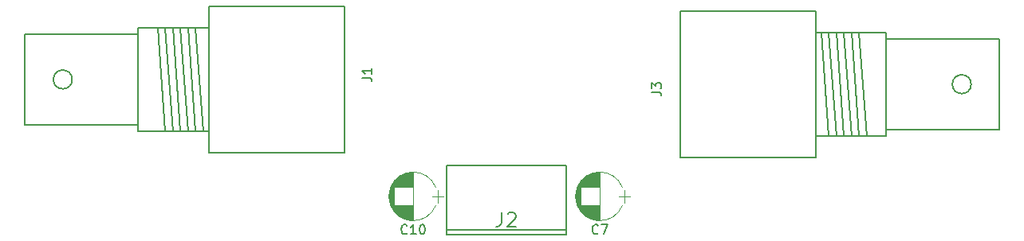
<source format=gto>
G04 #@! TF.FileFunction,Legend,Top*
%FSLAX46Y46*%
G04 Gerber Fmt 4.6, Leading zero omitted, Abs format (unit mm)*
G04 Created by KiCad (PCBNEW 4.0.7) date Thu May  3 16:22:41 2018*
%MOMM*%
%LPD*%
G01*
G04 APERTURE LIST*
%ADD10C,0.100000*%
%ADD11C,0.120000*%
%ADD12C,0.150000*%
G04 APERTURE END LIST*
D10*
D11*
X89059137Y-78197400D02*
G75*
G03X93853436Y-78196000I2396863J981400D01*
G01*
X89059137Y-76234600D02*
G75*
G02X93853436Y-76236000I2396863J-981400D01*
G01*
X89059137Y-76234600D02*
G75*
G03X89058564Y-78196000I2396863J-981400D01*
G01*
X91456000Y-79766000D02*
X91456000Y-74666000D01*
X91416000Y-79766000D02*
X91416000Y-78196000D01*
X91416000Y-76236000D02*
X91416000Y-74666000D01*
X91376000Y-79765000D02*
X91376000Y-78196000D01*
X91376000Y-76236000D02*
X91376000Y-74667000D01*
X91336000Y-79764000D02*
X91336000Y-78196000D01*
X91336000Y-76236000D02*
X91336000Y-74668000D01*
X91296000Y-79762000D02*
X91296000Y-78196000D01*
X91296000Y-76236000D02*
X91296000Y-74670000D01*
X91256000Y-79759000D02*
X91256000Y-78196000D01*
X91256000Y-76236000D02*
X91256000Y-74673000D01*
X91216000Y-79755000D02*
X91216000Y-78196000D01*
X91216000Y-76236000D02*
X91216000Y-74677000D01*
X91176000Y-79751000D02*
X91176000Y-78196000D01*
X91176000Y-76236000D02*
X91176000Y-74681000D01*
X91136000Y-79747000D02*
X91136000Y-78196000D01*
X91136000Y-76236000D02*
X91136000Y-74685000D01*
X91096000Y-79741000D02*
X91096000Y-78196000D01*
X91096000Y-76236000D02*
X91096000Y-74691000D01*
X91056000Y-79735000D02*
X91056000Y-78196000D01*
X91056000Y-76236000D02*
X91056000Y-74697000D01*
X91016000Y-79729000D02*
X91016000Y-78196000D01*
X91016000Y-76236000D02*
X91016000Y-74703000D01*
X90976000Y-79722000D02*
X90976000Y-78196000D01*
X90976000Y-76236000D02*
X90976000Y-74710000D01*
X90936000Y-79714000D02*
X90936000Y-78196000D01*
X90936000Y-76236000D02*
X90936000Y-74718000D01*
X90896000Y-79705000D02*
X90896000Y-78196000D01*
X90896000Y-76236000D02*
X90896000Y-74727000D01*
X90856000Y-79696000D02*
X90856000Y-78196000D01*
X90856000Y-76236000D02*
X90856000Y-74736000D01*
X90816000Y-79686000D02*
X90816000Y-78196000D01*
X90816000Y-76236000D02*
X90816000Y-74746000D01*
X90776000Y-79676000D02*
X90776000Y-78196000D01*
X90776000Y-76236000D02*
X90776000Y-74756000D01*
X90735000Y-79664000D02*
X90735000Y-78196000D01*
X90735000Y-76236000D02*
X90735000Y-74768000D01*
X90695000Y-79652000D02*
X90695000Y-78196000D01*
X90695000Y-76236000D02*
X90695000Y-74780000D01*
X90655000Y-79640000D02*
X90655000Y-78196000D01*
X90655000Y-76236000D02*
X90655000Y-74792000D01*
X90615000Y-79626000D02*
X90615000Y-78196000D01*
X90615000Y-76236000D02*
X90615000Y-74806000D01*
X90575000Y-79612000D02*
X90575000Y-78196000D01*
X90575000Y-76236000D02*
X90575000Y-74820000D01*
X90535000Y-79598000D02*
X90535000Y-78196000D01*
X90535000Y-76236000D02*
X90535000Y-74834000D01*
X90495000Y-79582000D02*
X90495000Y-78196000D01*
X90495000Y-76236000D02*
X90495000Y-74850000D01*
X90455000Y-79566000D02*
X90455000Y-78196000D01*
X90455000Y-76236000D02*
X90455000Y-74866000D01*
X90415000Y-79549000D02*
X90415000Y-78196000D01*
X90415000Y-76236000D02*
X90415000Y-74883000D01*
X90375000Y-79531000D02*
X90375000Y-78196000D01*
X90375000Y-76236000D02*
X90375000Y-74901000D01*
X90335000Y-79512000D02*
X90335000Y-78196000D01*
X90335000Y-76236000D02*
X90335000Y-74920000D01*
X90295000Y-79492000D02*
X90295000Y-78196000D01*
X90295000Y-76236000D02*
X90295000Y-74940000D01*
X90255000Y-79472000D02*
X90255000Y-78196000D01*
X90255000Y-76236000D02*
X90255000Y-74960000D01*
X90215000Y-79450000D02*
X90215000Y-78196000D01*
X90215000Y-76236000D02*
X90215000Y-74982000D01*
X90175000Y-79428000D02*
X90175000Y-78196000D01*
X90175000Y-76236000D02*
X90175000Y-75004000D01*
X90135000Y-79405000D02*
X90135000Y-78196000D01*
X90135000Y-76236000D02*
X90135000Y-75027000D01*
X90095000Y-79381000D02*
X90095000Y-78196000D01*
X90095000Y-76236000D02*
X90095000Y-75051000D01*
X90055000Y-79356000D02*
X90055000Y-78196000D01*
X90055000Y-76236000D02*
X90055000Y-75076000D01*
X90015000Y-79329000D02*
X90015000Y-78196000D01*
X90015000Y-76236000D02*
X90015000Y-75103000D01*
X89975000Y-79302000D02*
X89975000Y-78196000D01*
X89975000Y-76236000D02*
X89975000Y-75130000D01*
X89935000Y-79274000D02*
X89935000Y-78196000D01*
X89935000Y-76236000D02*
X89935000Y-75158000D01*
X89895000Y-79244000D02*
X89895000Y-78196000D01*
X89895000Y-76236000D02*
X89895000Y-75188000D01*
X89855000Y-79213000D02*
X89855000Y-78196000D01*
X89855000Y-76236000D02*
X89855000Y-75219000D01*
X89815000Y-79181000D02*
X89815000Y-78196000D01*
X89815000Y-76236000D02*
X89815000Y-75251000D01*
X89775000Y-79148000D02*
X89775000Y-78196000D01*
X89775000Y-76236000D02*
X89775000Y-75284000D01*
X89735000Y-79113000D02*
X89735000Y-78196000D01*
X89735000Y-76236000D02*
X89735000Y-75319000D01*
X89695000Y-79077000D02*
X89695000Y-78196000D01*
X89695000Y-76236000D02*
X89695000Y-75355000D01*
X89655000Y-79039000D02*
X89655000Y-78196000D01*
X89655000Y-76236000D02*
X89655000Y-75393000D01*
X89615000Y-78999000D02*
X89615000Y-78196000D01*
X89615000Y-76236000D02*
X89615000Y-75433000D01*
X89575000Y-78958000D02*
X89575000Y-78196000D01*
X89575000Y-76236000D02*
X89575000Y-75474000D01*
X89535000Y-78915000D02*
X89535000Y-78196000D01*
X89535000Y-76236000D02*
X89535000Y-75517000D01*
X89495000Y-78870000D02*
X89495000Y-78196000D01*
X89495000Y-76236000D02*
X89495000Y-75562000D01*
X89455000Y-78822000D02*
X89455000Y-75610000D01*
X89415000Y-78772000D02*
X89415000Y-75660000D01*
X89375000Y-78720000D02*
X89375000Y-75712000D01*
X89335000Y-78664000D02*
X89335000Y-75768000D01*
X89295000Y-78606000D02*
X89295000Y-75826000D01*
X89255000Y-78543000D02*
X89255000Y-75889000D01*
X89215000Y-78477000D02*
X89215000Y-75955000D01*
X89175000Y-78405000D02*
X89175000Y-76027000D01*
X89135000Y-78328000D02*
X89135000Y-76104000D01*
X89095000Y-78244000D02*
X89095000Y-76188000D01*
X89055000Y-78150000D02*
X89055000Y-76282000D01*
X89015000Y-78045000D02*
X89015000Y-76387000D01*
X88975000Y-77923000D02*
X88975000Y-76509000D01*
X88935000Y-77775000D02*
X88935000Y-76657000D01*
X88895000Y-77570000D02*
X88895000Y-76862000D01*
X94656000Y-77216000D02*
X93456000Y-77216000D01*
X94056000Y-77866000D02*
X94056000Y-76566000D01*
X69247137Y-78197400D02*
G75*
G03X74041436Y-78196000I2396863J981400D01*
G01*
X69247137Y-76234600D02*
G75*
G02X74041436Y-76236000I2396863J-981400D01*
G01*
X69247137Y-76234600D02*
G75*
G03X69246564Y-78196000I2396863J-981400D01*
G01*
X71644000Y-79766000D02*
X71644000Y-74666000D01*
X71604000Y-79766000D02*
X71604000Y-78196000D01*
X71604000Y-76236000D02*
X71604000Y-74666000D01*
X71564000Y-79765000D02*
X71564000Y-78196000D01*
X71564000Y-76236000D02*
X71564000Y-74667000D01*
X71524000Y-79764000D02*
X71524000Y-78196000D01*
X71524000Y-76236000D02*
X71524000Y-74668000D01*
X71484000Y-79762000D02*
X71484000Y-78196000D01*
X71484000Y-76236000D02*
X71484000Y-74670000D01*
X71444000Y-79759000D02*
X71444000Y-78196000D01*
X71444000Y-76236000D02*
X71444000Y-74673000D01*
X71404000Y-79755000D02*
X71404000Y-78196000D01*
X71404000Y-76236000D02*
X71404000Y-74677000D01*
X71364000Y-79751000D02*
X71364000Y-78196000D01*
X71364000Y-76236000D02*
X71364000Y-74681000D01*
X71324000Y-79747000D02*
X71324000Y-78196000D01*
X71324000Y-76236000D02*
X71324000Y-74685000D01*
X71284000Y-79741000D02*
X71284000Y-78196000D01*
X71284000Y-76236000D02*
X71284000Y-74691000D01*
X71244000Y-79735000D02*
X71244000Y-78196000D01*
X71244000Y-76236000D02*
X71244000Y-74697000D01*
X71204000Y-79729000D02*
X71204000Y-78196000D01*
X71204000Y-76236000D02*
X71204000Y-74703000D01*
X71164000Y-79722000D02*
X71164000Y-78196000D01*
X71164000Y-76236000D02*
X71164000Y-74710000D01*
X71124000Y-79714000D02*
X71124000Y-78196000D01*
X71124000Y-76236000D02*
X71124000Y-74718000D01*
X71084000Y-79705000D02*
X71084000Y-78196000D01*
X71084000Y-76236000D02*
X71084000Y-74727000D01*
X71044000Y-79696000D02*
X71044000Y-78196000D01*
X71044000Y-76236000D02*
X71044000Y-74736000D01*
X71004000Y-79686000D02*
X71004000Y-78196000D01*
X71004000Y-76236000D02*
X71004000Y-74746000D01*
X70964000Y-79676000D02*
X70964000Y-78196000D01*
X70964000Y-76236000D02*
X70964000Y-74756000D01*
X70923000Y-79664000D02*
X70923000Y-78196000D01*
X70923000Y-76236000D02*
X70923000Y-74768000D01*
X70883000Y-79652000D02*
X70883000Y-78196000D01*
X70883000Y-76236000D02*
X70883000Y-74780000D01*
X70843000Y-79640000D02*
X70843000Y-78196000D01*
X70843000Y-76236000D02*
X70843000Y-74792000D01*
X70803000Y-79626000D02*
X70803000Y-78196000D01*
X70803000Y-76236000D02*
X70803000Y-74806000D01*
X70763000Y-79612000D02*
X70763000Y-78196000D01*
X70763000Y-76236000D02*
X70763000Y-74820000D01*
X70723000Y-79598000D02*
X70723000Y-78196000D01*
X70723000Y-76236000D02*
X70723000Y-74834000D01*
X70683000Y-79582000D02*
X70683000Y-78196000D01*
X70683000Y-76236000D02*
X70683000Y-74850000D01*
X70643000Y-79566000D02*
X70643000Y-78196000D01*
X70643000Y-76236000D02*
X70643000Y-74866000D01*
X70603000Y-79549000D02*
X70603000Y-78196000D01*
X70603000Y-76236000D02*
X70603000Y-74883000D01*
X70563000Y-79531000D02*
X70563000Y-78196000D01*
X70563000Y-76236000D02*
X70563000Y-74901000D01*
X70523000Y-79512000D02*
X70523000Y-78196000D01*
X70523000Y-76236000D02*
X70523000Y-74920000D01*
X70483000Y-79492000D02*
X70483000Y-78196000D01*
X70483000Y-76236000D02*
X70483000Y-74940000D01*
X70443000Y-79472000D02*
X70443000Y-78196000D01*
X70443000Y-76236000D02*
X70443000Y-74960000D01*
X70403000Y-79450000D02*
X70403000Y-78196000D01*
X70403000Y-76236000D02*
X70403000Y-74982000D01*
X70363000Y-79428000D02*
X70363000Y-78196000D01*
X70363000Y-76236000D02*
X70363000Y-75004000D01*
X70323000Y-79405000D02*
X70323000Y-78196000D01*
X70323000Y-76236000D02*
X70323000Y-75027000D01*
X70283000Y-79381000D02*
X70283000Y-78196000D01*
X70283000Y-76236000D02*
X70283000Y-75051000D01*
X70243000Y-79356000D02*
X70243000Y-78196000D01*
X70243000Y-76236000D02*
X70243000Y-75076000D01*
X70203000Y-79329000D02*
X70203000Y-78196000D01*
X70203000Y-76236000D02*
X70203000Y-75103000D01*
X70163000Y-79302000D02*
X70163000Y-78196000D01*
X70163000Y-76236000D02*
X70163000Y-75130000D01*
X70123000Y-79274000D02*
X70123000Y-78196000D01*
X70123000Y-76236000D02*
X70123000Y-75158000D01*
X70083000Y-79244000D02*
X70083000Y-78196000D01*
X70083000Y-76236000D02*
X70083000Y-75188000D01*
X70043000Y-79213000D02*
X70043000Y-78196000D01*
X70043000Y-76236000D02*
X70043000Y-75219000D01*
X70003000Y-79181000D02*
X70003000Y-78196000D01*
X70003000Y-76236000D02*
X70003000Y-75251000D01*
X69963000Y-79148000D02*
X69963000Y-78196000D01*
X69963000Y-76236000D02*
X69963000Y-75284000D01*
X69923000Y-79113000D02*
X69923000Y-78196000D01*
X69923000Y-76236000D02*
X69923000Y-75319000D01*
X69883000Y-79077000D02*
X69883000Y-78196000D01*
X69883000Y-76236000D02*
X69883000Y-75355000D01*
X69843000Y-79039000D02*
X69843000Y-78196000D01*
X69843000Y-76236000D02*
X69843000Y-75393000D01*
X69803000Y-78999000D02*
X69803000Y-78196000D01*
X69803000Y-76236000D02*
X69803000Y-75433000D01*
X69763000Y-78958000D02*
X69763000Y-78196000D01*
X69763000Y-76236000D02*
X69763000Y-75474000D01*
X69723000Y-78915000D02*
X69723000Y-78196000D01*
X69723000Y-76236000D02*
X69723000Y-75517000D01*
X69683000Y-78870000D02*
X69683000Y-78196000D01*
X69683000Y-76236000D02*
X69683000Y-75562000D01*
X69643000Y-78822000D02*
X69643000Y-75610000D01*
X69603000Y-78772000D02*
X69603000Y-75660000D01*
X69563000Y-78720000D02*
X69563000Y-75712000D01*
X69523000Y-78664000D02*
X69523000Y-75768000D01*
X69483000Y-78606000D02*
X69483000Y-75826000D01*
X69443000Y-78543000D02*
X69443000Y-75889000D01*
X69403000Y-78477000D02*
X69403000Y-75955000D01*
X69363000Y-78405000D02*
X69363000Y-76027000D01*
X69323000Y-78328000D02*
X69323000Y-76104000D01*
X69283000Y-78244000D02*
X69283000Y-76188000D01*
X69243000Y-78150000D02*
X69243000Y-76282000D01*
X69203000Y-78045000D02*
X69203000Y-76387000D01*
X69163000Y-77923000D02*
X69163000Y-76509000D01*
X69123000Y-77775000D02*
X69123000Y-76657000D01*
X69083000Y-77570000D02*
X69083000Y-76862000D01*
X74844000Y-77216000D02*
X73644000Y-77216000D01*
X74244000Y-77866000D02*
X74244000Y-76566000D01*
D12*
X45349160Y-70269100D02*
X44549060Y-59270900D01*
X46149260Y-70269100D02*
X45349160Y-59270900D01*
X46949360Y-70269100D02*
X46149260Y-59270900D01*
X47749460Y-70269100D02*
X46949360Y-59270900D01*
X48549560Y-70269100D02*
X47749460Y-59270900D01*
X49349660Y-70269100D02*
X48549560Y-59270900D01*
X35450780Y-64770000D02*
G75*
G03X35450780Y-64770000I-1000760J0D01*
G01*
X42451020Y-59969400D02*
X30449520Y-59969400D01*
X30449520Y-59969400D02*
X30449520Y-69570600D01*
X30449520Y-69570600D02*
X42451020Y-69570600D01*
X49949100Y-59270900D02*
X42451020Y-59270900D01*
X42451020Y-59270900D02*
X42451020Y-70269100D01*
X42451020Y-70269100D02*
X49949100Y-70269100D01*
X64350900Y-72570340D02*
X64350900Y-56969660D01*
X64350900Y-56969660D02*
X49949100Y-56969660D01*
X49949100Y-56969660D02*
X49949100Y-72570340D01*
X49949100Y-72570340D02*
X64350900Y-72570340D01*
X75184000Y-80772000D02*
X87884000Y-80772000D01*
X75184000Y-81280000D02*
X75184000Y-73914000D01*
X87884000Y-81280000D02*
X75184000Y-81280000D01*
X75184000Y-73914000D02*
X87884000Y-73914000D01*
X87884000Y-73914000D02*
X87884000Y-81280000D01*
X118988840Y-59778900D02*
X119788940Y-70777100D01*
X118188740Y-59778900D02*
X118988840Y-70777100D01*
X117388640Y-59778900D02*
X118188740Y-70777100D01*
X116588540Y-59778900D02*
X117388640Y-70777100D01*
X115788440Y-59778900D02*
X116588540Y-70777100D01*
X114988340Y-59778900D02*
X115788440Y-70777100D01*
X130888740Y-65278000D02*
G75*
G03X130888740Y-65278000I-1000760J0D01*
G01*
X121886980Y-70078600D02*
X133888480Y-70078600D01*
X133888480Y-70078600D02*
X133888480Y-60477400D01*
X133888480Y-60477400D02*
X121886980Y-60477400D01*
X114388900Y-70777100D02*
X121886980Y-70777100D01*
X121886980Y-70777100D02*
X121886980Y-59778900D01*
X121886980Y-59778900D02*
X114388900Y-59778900D01*
X99987100Y-57477660D02*
X99987100Y-73078340D01*
X99987100Y-73078340D02*
X114388900Y-73078340D01*
X114388900Y-73078340D02*
X114388900Y-57477660D01*
X114388900Y-57477660D02*
X99987100Y-57477660D01*
X91289334Y-81133143D02*
X91241715Y-81180762D01*
X91098858Y-81228381D01*
X91003620Y-81228381D01*
X90860762Y-81180762D01*
X90765524Y-81085524D01*
X90717905Y-80990286D01*
X90670286Y-80799810D01*
X90670286Y-80656952D01*
X90717905Y-80466476D01*
X90765524Y-80371238D01*
X90860762Y-80276000D01*
X91003620Y-80228381D01*
X91098858Y-80228381D01*
X91241715Y-80276000D01*
X91289334Y-80323619D01*
X91622667Y-80228381D02*
X92289334Y-80228381D01*
X91860762Y-81228381D01*
X71001143Y-81133143D02*
X70953524Y-81180762D01*
X70810667Y-81228381D01*
X70715429Y-81228381D01*
X70572571Y-81180762D01*
X70477333Y-81085524D01*
X70429714Y-80990286D01*
X70382095Y-80799810D01*
X70382095Y-80656952D01*
X70429714Y-80466476D01*
X70477333Y-80371238D01*
X70572571Y-80276000D01*
X70715429Y-80228381D01*
X70810667Y-80228381D01*
X70953524Y-80276000D01*
X71001143Y-80323619D01*
X71953524Y-81228381D02*
X71382095Y-81228381D01*
X71667809Y-81228381D02*
X71667809Y-80228381D01*
X71572571Y-80371238D01*
X71477333Y-80466476D01*
X71382095Y-80514095D01*
X72572571Y-80228381D02*
X72667810Y-80228381D01*
X72763048Y-80276000D01*
X72810667Y-80323619D01*
X72858286Y-80418857D01*
X72905905Y-80609333D01*
X72905905Y-80847429D01*
X72858286Y-81037905D01*
X72810667Y-81133143D01*
X72763048Y-81180762D01*
X72667810Y-81228381D01*
X72572571Y-81228381D01*
X72477333Y-81180762D01*
X72429714Y-81133143D01*
X72382095Y-81037905D01*
X72334476Y-80847429D01*
X72334476Y-80609333D01*
X72382095Y-80418857D01*
X72429714Y-80323619D01*
X72477333Y-80276000D01*
X72572571Y-80228381D01*
X66254381Y-64595333D02*
X66968667Y-64595333D01*
X67111524Y-64642953D01*
X67206762Y-64738191D01*
X67254381Y-64881048D01*
X67254381Y-64976286D01*
X67254381Y-63595333D02*
X67254381Y-64166762D01*
X67254381Y-63881048D02*
X66254381Y-63881048D01*
X66397238Y-63976286D01*
X66492476Y-64071524D01*
X66540095Y-64166762D01*
X81034000Y-78934571D02*
X81034000Y-80006000D01*
X80962572Y-80220286D01*
X80819715Y-80363143D01*
X80605429Y-80434571D01*
X80462572Y-80434571D01*
X81676857Y-79077429D02*
X81748286Y-79006000D01*
X81891143Y-78934571D01*
X82248286Y-78934571D01*
X82391143Y-79006000D01*
X82462572Y-79077429D01*
X82534000Y-79220286D01*
X82534000Y-79363143D01*
X82462572Y-79577429D01*
X81605429Y-80434571D01*
X82534000Y-80434571D01*
X96988381Y-66119333D02*
X97702667Y-66119333D01*
X97845524Y-66166953D01*
X97940762Y-66262191D01*
X97988381Y-66405048D01*
X97988381Y-66500286D01*
X96988381Y-65738381D02*
X96988381Y-65119333D01*
X97369333Y-65452667D01*
X97369333Y-65309809D01*
X97416952Y-65214571D01*
X97464571Y-65166952D01*
X97559810Y-65119333D01*
X97797905Y-65119333D01*
X97893143Y-65166952D01*
X97940762Y-65214571D01*
X97988381Y-65309809D01*
X97988381Y-65595524D01*
X97940762Y-65690762D01*
X97893143Y-65738381D01*
M02*

</source>
